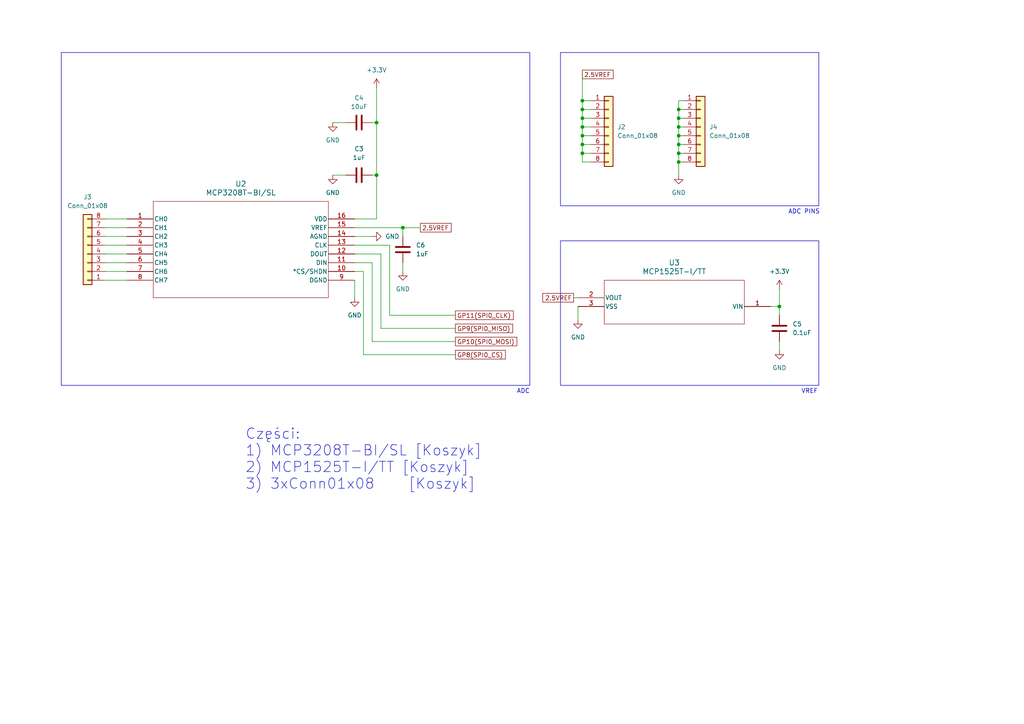
<source format=kicad_sch>
(kicad_sch (version 20230121) (generator eeschema)
  (paper "A4")
  (lib_symbols
    (symbol "Connector_Generic:Conn_01x08" (pin_names (offset 1.016) hide)
      (property "Reference" "J" (at 0 10.16 0))
      (property "Value" "Conn_01x08" (at 0 -12.7 0))
      (symbol "Conn_01x08_1_1"
        (rectangle (start -1.27 -10.033) (end 0 -10.287) (stroke (width 0.1524)))
        (rectangle (start -1.27 -7.493) (end 0 -7.747) (stroke (width 0.1524)))
        (rectangle (start -1.27 -4.953) (end 0 -5.207) (stroke (width 0.1524)))
        (rectangle (start -1.27 -2.413) (end 0 -2.667) (stroke (width 0.1524)))
        (rectangle (start -1.27 0.127) (end 0 -0.127) (stroke (width 0.1524)))
        (rectangle (start -1.27 2.667) (end 0 2.413) (stroke (width 0.1524)))
        (rectangle (start -1.27 5.207) (end 0 4.953) (stroke (width 0.1524)))
        (rectangle (start -1.27 7.747) (end 0 7.493) (stroke (width 0.1524)))
        (rectangle (start -1.27 8.89) (end 1.27 -11.43) (stroke (width 0.254)) (fill (type background)))
        (pin passive line (at -5.08 7.62 0) (length 3.81) (name "Pin_1") (number "1"))
        (pin passive line (at -5.08 5.08 0) (length 3.81) (name "Pin_2") (number "2"))
        (pin passive line (at -5.08 2.54 0) (length 3.81) (name "Pin_3") (number "3"))
        (pin passive line (at -5.08 0 0) (length 3.81) (name "Pin_4") (number "4"))
        (pin passive line (at -5.08 -2.54 0) (length 3.81) (name "Pin_5") (number "5"))
        (pin passive line (at -5.08 -5.08 0) (length 3.81) (name "Pin_6") (number "6"))
        (pin passive line (at -5.08 -7.62 0) (length 3.81) (name "Pin_7") (number "7"))
        (pin passive line (at -5.08 -10.16 0) (length 3.81) (name "Pin_8") (number "8"))
      )
    )
    (symbol "Device:C" (pin_numbers hide) (pin_names (offset 0.254))
      (property "Reference" "C" (at 0.635 2.54 0))
      (property "Value" "C" (at 0.635 -2.54 0))
      (symbol "C_0_1"
        (polyline (pts (xy -2.032 -0.762) (xy 2.032 -0.762)) (stroke (width 0.508)))
        (polyline (pts (xy -2.032 0.762) (xy 2.032 0.762)) (stroke (width 0.508)))
      )
      (symbol "C_1_1"
        (pin passive line (at 0 3.81 270) (length 2.794) (name "~") (number "1"))
        (pin passive line (at 0 -3.81 90) (length 2.794) (name "~") (number "2"))
      )
    )
    (symbol "MCP1525T-I/TT:MCP1525T-I_TT" (pin_names (offset 0.254))
      (property "Reference" "U" (at 27.94 10.16 0))
      (property "Value" "MCP1525T-I/TT" (at 27.94 7.62 0))
      (symbol "MCP1525T-I_TT_0_1"
        (polyline (pts (xy 7.62 -7.62) (xy 48.26 -7.62)) (stroke (width 0.127)))
        (polyline (pts (xy 7.62 5.08) (xy 7.62 -7.62)) (stroke (width 0.127)))
        (polyline (pts (xy 48.26 -7.62) (xy 48.26 5.08)) (stroke (width 0.127)))
        (polyline (pts (xy 48.26 5.08) (xy 7.62 5.08)) (stroke (width 0.127)))
        (pin unspecified line (at 0 0 0) (length 7.62) (name "VIN") (number "1"))
        (pin unspecified line (at 55.88 -2.54 180) (length 7.62) (name "VOUT") (number "2"))
        (pin unspecified line (at 55.88 0 180) (length 7.62) (name "VSS") (number "3"))
      )
    )
    (symbol "MCP3208T-BI/SL:MCP3208T-BI_SL" (pin_names (offset 0.254))
      (property "Reference" "U" (at 33.02 10.16 0))
      (property "Value" "MCP3208T-BI/SL" (at 33.02 7.62 0))
      (symbol "MCP3208T-BI_SL_0_1"
        (polyline (pts (xy 7.62 -22.86) (xy 58.42 -22.86)) (stroke (width 0.127)))
        (polyline (pts (xy 7.62 5.08) (xy 7.62 -22.86)) (stroke (width 0.127)))
        (polyline (pts (xy 58.42 -22.86) (xy 58.42 5.08)) (stroke (width 0.127)))
        (polyline (pts (xy 58.42 5.08) (xy 7.62 5.08)) (stroke (width 0.127)))
        (pin unspecified line (at 0 0 0) (length 7.62) (name "CH0") (number "1"))
        (pin unspecified line (at 66.04 -15.24 180) (length 7.62) (name "*CS/SHDN") (number "10"))
        (pin unspecified line (at 66.04 -12.7 180) (length 7.62) (name "DIN") (number "11"))
        (pin unspecified line (at 66.04 -10.16 180) (length 7.62) (name "DOUT") (number "12"))
        (pin unspecified line (at 66.04 -7.62 180) (length 7.62) (name "CLK") (number "13"))
        (pin unspecified line (at 66.04 -5.08 180) (length 7.62) (name "AGND") (number "14"))
        (pin unspecified line (at 66.04 -2.54 180) (length 7.62) (name "VREF") (number "15"))
        (pin unspecified line (at 66.04 0 180) (length 7.62) (name "VDD") (number "16"))
        (pin unspecified line (at 0 -2.54 0) (length 7.62) (name "CH1") (number "2"))
        (pin unspecified line (at 0 -5.08 0) (length 7.62) (name "CH2") (number "3"))
        (pin unspecified line (at 0 -7.62 0) (length 7.62) (name "CH3") (number "4"))
        (pin unspecified line (at 0 -10.16 0) (length 7.62) (name "CH4") (number "5"))
        (pin unspecified line (at 0 -12.7 0) (length 7.62) (name "CH5") (number "6"))
        (pin unspecified line (at 0 -15.24 0) (length 7.62) (name "CH6") (number "7"))
        (pin unspecified line (at 0 -17.78 0) (length 7.62) (name "CH7") (number "8"))
        (pin unspecified line (at 66.04 -17.78 180) (length 7.62) (name "DGND") (number "9"))
      )
    )
    (symbol "power:+3.3V" (power) (pin_names (offset 0))
      (property "Value" "+3.3V" (at 0 3.556 0))
      (symbol "+3.3V_0_1"
        (polyline (pts (xy -0.762 1.27) (xy 0 2.54)))
        (polyline (pts (xy 0 0) (xy 0 2.54)))
        (polyline (pts (xy 0 2.54) (xy 0.762 1.27)))
      )
      (symbol "+3.3V_1_1"
        (pin power_in line (at 0 0 90) (length 0) hide (name "+3.3V") (number "1"))
      )
    )
    (symbol "power:GND" (power) (pin_names (offset 0))
      (property "Value" "GND" (at 0 -3.81 0))
      (symbol "GND_0_1"
        (polyline (pts (xy 0 0) (xy 0 -1.27) (xy 1.27 -1.27) (xy 0 -2.54) (xy -1.27 -1.27) (xy 0 -1.27)))
      )
      (symbol "GND_1_1"
        (pin power_in line (at 0 0 270) (length 0) hide (name "GND") (number "1"))
      )
    )
  )
  (junction (at 168.91 41.91))
  (junction (at 168.91 34.29))
  (junction (at 196.85 46.99))
  (junction (at 168.91 31.75))
  (junction (at 109.22 35.56))
  (junction (at 226.06 88.9))
  (junction (at 196.85 31.75))
  (junction (at 196.85 36.83))
  (junction (at 116.84 66.04))
  (junction (at 196.85 44.45))
  (junction (at 109.22 50.8))
  (junction (at 196.85 39.37))
  (junction (at 196.85 41.91))
  (junction (at 168.91 29.21))
  (junction (at 168.91 44.45))
  (junction (at 196.85 34.29))
  (junction (at 168.91 36.83))
  (junction (at 168.91 39.37))
  (wire (pts (xy 102.87 86.36) (xy 102.87 81.28)))
  (wire (pts (xy 30.48 73.66) (xy 36.83 73.66)))
  (wire (pts (xy 102.87 63.5) (xy 109.22 63.5)))
  (wire (pts (xy 168.91 41.91) (xy 171.45 41.91)))
  (wire (pts (xy 96.52 35.56) (xy 100.33 35.56)))
  (wire (pts (xy 109.22 63.5) (xy 109.22 50.8)))
  (wire (pts (xy 30.48 81.28) (xy 36.83 81.28)))
  (wire (pts (xy 196.85 31.75) (xy 198.12 31.75)))
  (wire (pts (xy 168.91 39.37) (xy 168.91 36.83)))
  (wire (pts (xy 116.84 66.04) (xy 116.84 68.58)))
  (wire (pts (xy 196.85 36.83) (xy 198.12 36.83)))
  (wire (pts (xy 168.91 41.91) (xy 168.91 39.37)))
  (wire (pts (xy 196.85 44.45) (xy 196.85 41.91)))
  (wire (pts (xy 196.85 34.29) (xy 196.85 31.75)))
  (wire (pts (xy 226.06 99.06) (xy 226.06 101.6)))
  (wire (pts (xy 113.03 71.12) (xy 113.03 91.44)))
  (wire (pts (xy 168.91 31.75) (xy 171.45 31.75)))
  (wire (pts (xy 102.87 66.04) (xy 116.84 66.04)))
  (wire (pts (xy 110.49 95.25) (xy 132.08 95.25)))
  (wire (pts (xy 226.06 83.82) (xy 226.06 88.9)))
  (wire (pts (xy 168.91 44.45) (xy 171.45 44.45)))
  (wire (pts (xy 167.64 92.71) (xy 167.64 88.9)))
  (wire (pts (xy 110.49 95.25) (xy 110.49 73.66)))
  (wire (pts (xy 102.87 76.2) (xy 107.95 76.2)))
  (wire (pts (xy 196.85 34.29) (xy 198.12 34.29)))
  (wire (pts (xy 116.84 66.04) (xy 121.92 66.04)))
  (wire (pts (xy 196.85 44.45) (xy 198.12 44.45)))
  (wire (pts (xy 105.41 102.87) (xy 132.08 102.87)))
  (wire (pts (xy 196.85 36.83) (xy 196.85 34.29)))
  (wire (pts (xy 102.87 78.74) (xy 105.41 78.74)))
  (wire (pts (xy 196.85 29.21) (xy 198.12 29.21)))
  (wire (pts (xy 107.95 35.56) (xy 109.22 35.56)))
  (wire (pts (xy 116.84 76.2) (xy 116.84 78.74)))
  (wire (pts (xy 168.91 21.59) (xy 168.91 29.21)))
  (wire (pts (xy 168.91 29.21) (xy 171.45 29.21)))
  (wire (pts (xy 30.48 76.2) (xy 36.83 76.2)))
  (wire (pts (xy 102.87 71.12) (xy 113.03 71.12)))
  (wire (pts (xy 168.91 44.45) (xy 168.91 41.91)))
  (wire (pts (xy 30.48 68.58) (xy 36.83 68.58)))
  (wire (pts (xy 226.06 91.44) (xy 226.06 88.9)))
  (wire (pts (xy 96.52 50.8) (xy 100.33 50.8)))
  (wire (pts (xy 168.91 34.29) (xy 168.91 31.75)))
  (wire (pts (xy 196.85 39.37) (xy 198.12 39.37)))
  (wire (pts (xy 109.22 35.56) (xy 109.22 25.4)))
  (wire (pts (xy 196.85 41.91) (xy 196.85 39.37)))
  (wire (pts (xy 30.48 63.5) (xy 36.83 63.5)))
  (wire (pts (xy 168.91 46.99) (xy 168.91 44.45)))
  (wire (pts (xy 30.48 71.12) (xy 36.83 71.12)))
  (wire (pts (xy 107.95 50.8) (xy 109.22 50.8)))
  (wire (pts (xy 102.87 68.58) (xy 107.95 68.58)))
  (wire (pts (xy 171.45 46.99) (xy 168.91 46.99)))
  (wire (pts (xy 105.41 102.87) (xy 105.41 78.74)))
  (wire (pts (xy 109.22 50.8) (xy 109.22 35.56)))
  (wire (pts (xy 113.03 91.44) (xy 132.08 91.44)))
  (wire (pts (xy 196.85 31.75) (xy 196.85 29.21)))
  (wire (pts (xy 168.91 34.29) (xy 171.45 34.29)))
  (wire (pts (xy 110.49 73.66) (xy 102.87 73.66)))
  (wire (pts (xy 223.52 88.9) (xy 226.06 88.9)))
  (wire (pts (xy 107.95 76.2) (xy 107.95 99.06)))
  (wire (pts (xy 168.91 39.37) (xy 171.45 39.37)))
  (wire (pts (xy 196.85 46.99) (xy 196.85 44.45)))
  (wire (pts (xy 196.85 41.91) (xy 198.12 41.91)))
  (wire (pts (xy 168.91 31.75) (xy 168.91 29.21)))
  (wire (pts (xy 166.37 86.36) (xy 167.64 86.36)))
  (wire (pts (xy 196.85 50.8) (xy 196.85 46.99)))
  (wire (pts (xy 107.95 99.06) (xy 132.08 99.06)))
  (wire (pts (xy 196.85 46.99) (xy 198.12 46.99)))
  (wire (pts (xy 168.91 36.83) (xy 168.91 34.29)))
  (wire (pts (xy 30.48 66.04) (xy 36.83 66.04)))
  (wire (pts (xy 168.91 36.83) (xy 171.45 36.83)))
  (wire (pts (xy 196.85 39.37) (xy 196.85 36.83)))
  (wire (pts (xy 30.48 78.74) (xy 36.83 78.74)))
  (rectangle (start 162.56 69.85) (end 237.49 111.76))
  (rectangle (start 17.78 15.24) (end 153.67 111.76))
  (rectangle (start 162.56 15.24) (end 237.49 59.69))
  (text "ADC" (at 149.86 114.3 0) (effects (font (size 1.27 1.27)) (justify left bottom)))
  (text "VREF" (at 232.41 114.3 0) (effects (font (size 1.27 1.27)) (justify left bottom)))
  (text "ADC PINS" (at 228.6 62.23 0) (effects (font (size 1.27 1.27)) (justify left bottom)))
  (text "Części:\n1) MCP3208T-BI/SL [Koszyk]\n2) MCP1525T-I/TT [Koszyk] \n3) 3xConn01x08	[Koszyk]" (at 71.12 142.24 0) (effects (font (size 3 3)) (justify left bottom)))
  (global_label "GP10(SPI0_MOSI)" (shape passive) (at 132.08 99.06 0) (property "Intersheetrefs" "${INTERSHEET_REFS}" (effects hide)))
  (global_label "2.5VREF" (shape passive) (at 121.92 66.04 0) (property "Intersheetrefs" "${INTERSHEET_REFS}" (effects hide)))
  (global_label "2.5VREF" (shape passive) (at 166.37 86.36 180) (property "Intersheetrefs" "${INTERSHEET_REFS}" (effects hide)))
  (global_label "GP8(SPI0_CS)" (shape passive) (at 132.08 102.87 0) (property "Intersheetrefs" "${INTERSHEET_REFS}" (effects hide)))
  (global_label "2.5VREF" (shape passive) (at 168.91 21.59 0) (property "Intersheetrefs" "${INTERSHEET_REFS}" (effects hide)))
  (global_label "GP11(SPI0_CLK)" (shape passive) (at 132.08 91.44 0) (property "Intersheetrefs" "${INTERSHEET_REFS}" (effects hide)))
  (global_label "GP9(SPI0_MISO)" (shape passive) (at 132.08 95.25 0) (property "Intersheetrefs" "${INTERSHEET_REFS}" (effects hide)))
  (symbol (lib_id "Device:C") (at 116.84 72.39 0) (unit 1)
    (property "Reference" "C6" (at 120.65 71.12 0) (effects (justify left)))
    (property "Value" "1uF" (at 120.65 73.66 0) (effects (justify left)))
    (property "Footprint" "Capacitor_SMD:C_1206_3216Metric" (effects hide))
  )
  (symbol (lib_id "power:GND") (at 107.95 68.58 90) (unit 1)
    (property "Reference" "#PWR020" (effects hide))
    (property "Value" "GND" (at 111.76 68.58 90) (effects (justify right)))
  )
  (symbol (lib_id "Connector_Generic:Conn_01x08") (at 203.2 36.83 0) (unit 1)
    (property "Reference" "J4" (at 205.74 36.83 0) (effects (justify left)))
    (property "Value" "Conn_01x08" (at 205.74 39.37 0) (effects (justify left)))
    (property "Footprint" "Connector_PinHeader_2.54mm:PinHeader_1x08_P2.54mm_Vertical" (effects hide))
  )
  (symbol (lib_id "MCP1525T-I/TT:MCP1525T-I_TT") (at 223.52 88.9 180) (unit 1)
    (property "Reference" "U3" (at 195.58 76.2 0) (effects (font (size 1.524 1.524))))
    (property "Value" "MCP1525T-I/TT" (at 195.58 78.74 0) (effects (font (size 1.524 1.524))))
    (property "Footprint" "MCP1525T-I/TT:SOT-23_MC_MCH" (effects hide))
    (property "Datasheet" "MCP1525T-I/TT" (effects hide))
  )
  (symbol (lib_id "power:GND") (at 102.87 86.36 0) (unit 1)
    (property "Reference" "#PWR013" (effects hide))
    (property "Value" "GND" (at 102.87 91.44 0))
  )
  (symbol (lib_id "power:GND") (at 167.64 92.71 0) (unit 1)
    (property "Reference" "#PWR010" (effects hide))
    (property "Value" "GND" (at 167.64 97.79 0))
  )
  (symbol (lib_id "Connector_Generic:Conn_01x08") (at 176.53 36.83 0) (unit 1)
    (property "Reference" "J2" (at 179.07 36.83 0) (effects (justify left)))
    (property "Value" "Conn_01x08" (at 179.07 39.37 0) (effects (justify left)))
    (property "Footprint" "Connector_PinHeader_2.54mm:PinHeader_1x08_P2.54mm_Vertical" (effects hide))
  )
  (symbol (lib_id "Device:C") (at 104.14 50.8 270) (unit 1)
    (property "Reference" "C3" (at 104.14 43.18 90))
    (property "Value" "1uF" (at 104.14 45.72 90))
    (property "Footprint" "Capacitor_SMD:C_1206_3216Metric" (effects hide))
  )
  (symbol (lib_id "Device:C") (at 104.14 35.56 90) (unit 1)
    (property "Reference" "C4" (at 104.14 28.4227 90))
    (property "Value" "10uF" (at 104.14 30.9627 90))
    (property "Footprint" "Capacitor_SMD:C_1206_3216Metric" (effects hide))
  )
  (symbol (lib_id "power:+3.3V") (at 226.06 83.82 0) (unit 1)
    (property "Reference" "#PWR014" (effects hide))
    (property "Value" "+3.3V" (at 226.06 78.74 0))
  )
  (symbol (lib_id "power:GND") (at 116.84 78.74 0) (unit 1)
    (property "Reference" "#PWR017" (effects hide))
    (property "Value" "GND" (at 116.84 83.82 0))
  )
  (symbol (lib_id "power:+3.3V") (at 109.22 25.4 0) (unit 1)
    (property "Reference" "#PWR04" (effects hide))
    (property "Value" "+3.3V" (at 109.22 20.32 0))
  )
  (symbol (lib_id "Device:C") (at 226.06 95.25 0) (unit 1)
    (property "Reference" "C5" (at 229.87 93.98 0) (effects (justify left)))
    (property "Value" "0.1uF" (at 229.87 96.52 0) (effects (justify left)))
    (property "Footprint" "Capacitor_SMD:C_1206_3216Metric" (effects hide))
  )
  (symbol (lib_id "power:GND") (at 226.06 101.6 0) (unit 1)
    (property "Reference" "#PWR015" (effects hide))
    (property "Value" "GND" (at 226.06 106.68 0))
  )
  (symbol (lib_id "MCP3208T-BI/SL:MCP3208T-BI_SL") (at 36.83 63.5 0) (unit 1)
    (property "Reference" "U2" (at 69.85 53.34 0) (effects (font (size 1.524 1.524))))
    (property "Value" "MCP3208T-BI/SL" (at 69.85 55.88 0) (effects (font (size 1.524 1.524))))
    (property "Footprint" "MCP3208T-BI/SL:SOIC16-N_MC_MCH" (effects hide))
    (property "Datasheet" "MCP3208T-BI/SL" (effects hide))
  )
  (symbol (lib_id "power:GND") (at 196.85 50.8 0) (unit 1)
    (property "Reference" "#PWR019" (effects hide))
    (property "Value" "GND" (at 196.85 55.88 0))
  )
  (symbol (lib_id "power:GND") (at 96.52 35.56 0) (unit 1)
    (property "Reference" "#PWR011" (effects hide))
    (property "Value" "GND" (at 96.52 40.64 0))
  )
  (symbol (lib_id "power:GND") (at 96.52 50.8 0) (unit 1)
    (property "Reference" "#PWR012" (effects hide))
    (property "Value" "GND" (at 96.52 55.88 0))
  )
  (symbol (lib_id "Connector_Generic:Conn_01x08") (at 25.4 73.66 180) (unit 1)
    (property "Reference" "J3" (at 25.4 57.15 0))
    (property "Value" "Conn_01x08" (at 25.4 59.69 0))
    (property "Footprint" "Connector_PinHeader_2.54mm:PinHeader_1x08_P2.54mm_Vertical" (effects hide))
  )
)
</source>
